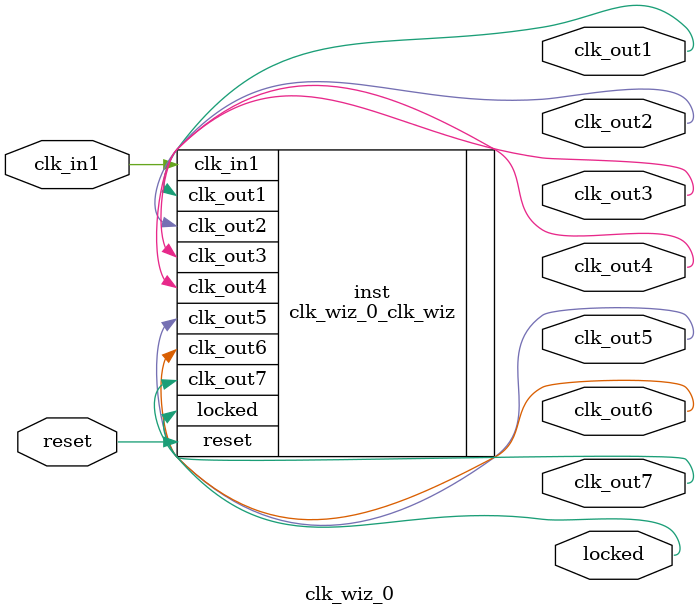
<source format=v>


`timescale 1ps/1ps

(* CORE_GENERATION_INFO = "clk_wiz_0,clk_wiz_v5_3_3_0,{component_name=clk_wiz_0,use_phase_alignment=true,use_min_o_jitter=false,use_max_i_jitter=false,use_dyn_phase_shift=false,use_inclk_switchover=false,use_dyn_reconfig=false,enable_axi=0,feedback_source=FDBK_AUTO,PRIMITIVE=MMCM,num_out_clk=7,clkin1_period=10.0,clkin2_period=10.0,use_power_down=false,use_reset=true,use_locked=true,use_inclk_stopped=false,feedback_type=SINGLE,CLOCK_MGR_TYPE=NA,manual_override=false}" *)

module clk_wiz_0 
 (
  // Clock out ports
  output        clk_out1,
  output        clk_out2,
  output        clk_out3,
  output        clk_out4,
  output        clk_out5,
  output        clk_out6,
  output        clk_out7,
  // Status and control signals
  input         reset,
  output        locked,
 // Clock in ports
  input         clk_in1
 );

  clk_wiz_0_clk_wiz inst
  (
  // Clock out ports  
  .clk_out1(clk_out1),
  .clk_out2(clk_out2),
  .clk_out3(clk_out3),
  .clk_out4(clk_out4),
  .clk_out5(clk_out5),
  .clk_out6(clk_out6),
  .clk_out7(clk_out7),
  // Status and control signals               
  .reset(reset), 
  .locked(locked),
 // Clock in ports
  .clk_in1(clk_in1)
  );

endmodule

</source>
